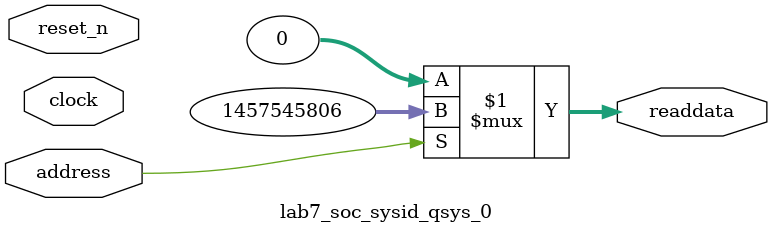
<source format=v>

`timescale 1ns / 1ps
// synthesis translate_on

// turn off superfluous verilog processor warnings 
// altera message_level Level1 
// altera message_off 10034 10035 10036 10037 10230 10240 10030 

module lab7_soc_sysid_qsys_0 (
               // inputs:
                address,
                clock,
                reset_n,

               // outputs:
                readdata
             )
;

  output  [ 31: 0] readdata;
  input            address;
  input            clock;
  input            reset_n;

  wire    [ 31: 0] readdata;
  //control_slave, which is an e_avalon_slave
  assign readdata = address ? 1457545806 : 0;

endmodule




</source>
